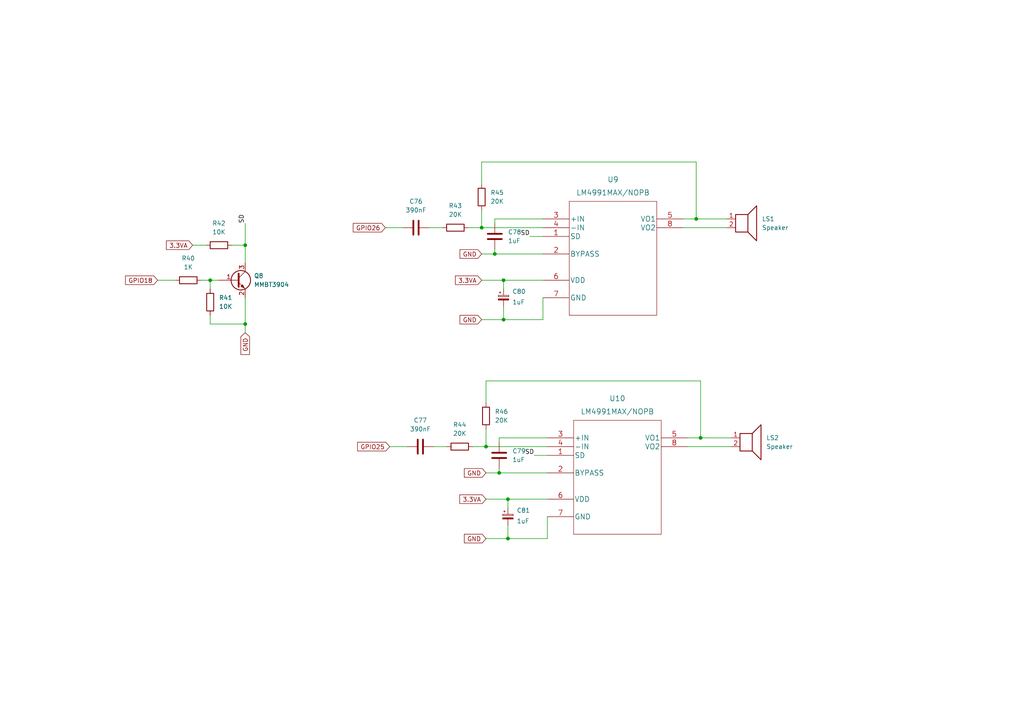
<source format=kicad_sch>
(kicad_sch (version 20211123) (generator eeschema)
  (paper "A4")
  (lib_symbols
    (symbol "Device:C" (pin_numbers hide) (pin_names (offset 0.254))
      (property "Reference" "C" (at 0.635 2.54 0))
      (property "Value" "C" (at 0.635 -2.54 0))
      (symbol "C_0_1"
        (polyline (pts (xy -2.032 -0.762) (xy 2.032 -0.762)) (stroke (width 0.508)))
        (polyline (pts (xy -2.032 0.762) (xy 2.032 0.762)) (stroke (width 0.508)))
      )
      (symbol "C_1_1"
        (pin passive line (at 0 3.81 270) (length 2.794) (name "~") (number "1"))
        (pin passive line (at 0 -3.81 90) (length 2.794) (name "~") (number "2"))
      )
    )
    (symbol "Device:C_Polarized_Small" (pin_numbers hide) (pin_names (offset 0.254) hide)
      (property "Reference" "C" (at 0.254 1.778 0))
      (property "Value" "C_Polarized_Small" (at 0.254 -2.032 0))
      (symbol "C_Polarized_Small_0_1"
        (rectangle (start -1.524 -0.3048) (end 1.524 -0.6858) (fill (type outline)))
        (rectangle (start -1.524 0.6858) (end 1.524 0.3048))
        (polyline (pts (xy -1.27 1.524) (xy -0.762 1.524)))
        (polyline (pts (xy -1.016 1.27) (xy -1.016 1.778)))
      )
      (symbol "C_Polarized_Small_1_1"
        (pin passive line (at 0 2.54 270) (length 1.8542) (name "~") (number "1"))
        (pin passive line (at 0 -2.54 90) (length 1.8542) (name "~") (number "2"))
      )
    )
    (symbol "Device:R" (pin_numbers hide) (pin_names (offset 0))
      (property "Reference" "R" (at 2.032 0 90))
      (property "Value" "R" (at 0 0 90))
      (symbol "R_0_1"
        (rectangle (start -1.016 -2.54) (end 1.016 2.54) (stroke (width 0.254)))
      )
      (symbol "R_1_1"
        (pin passive line (at 0 3.81 270) (length 1.27) (name "~") (number "1"))
        (pin passive line (at 0 -3.81 90) (length 1.27) (name "~") (number "2"))
      )
    )
    (symbol "Device:Speaker" (pin_names (offset 0) hide)
      (property "Reference" "LS" (at 1.27 5.715 0))
      (property "Value" "Speaker" (at 1.27 3.81 0))
      (symbol "Speaker_0_0"
        (rectangle (start -2.54 1.27) (end 1.016 -3.81) (stroke (width 0.254)))
        (polyline (pts (xy 1.016 1.27) (xy 3.556 3.81) (xy 3.556 -6.35) (xy 1.016 -3.81)) (stroke (width 0.254)))
      )
      (symbol "Speaker_1_1"
        (pin input line (at -5.08 0 0) (length 2.54) (name "1") (number "1"))
        (pin input line (at -5.08 -2.54 0) (length 2.54) (name "2") (number "2"))
      )
    )
    (symbol "LM4991MAXNOPB:LM4991MAX{slash}NOPB" (pin_names (offset 0.254))
      (property "Value" "LM4991MAX{slash}NOPB" (at 20.32 7.62 0))
      (symbol "LM4991MAX{slash}NOPB_1_1"
        (polyline (pts (xy 7.62 -27.94) (xy 33.02 -27.94)) (stroke (width 0.127)))
        (polyline (pts (xy 7.62 5.08) (xy 7.62 -27.94)) (stroke (width 0.127)))
        (polyline (pts (xy 33.02 -27.94) (xy 33.02 5.08)) (stroke (width 0.127)))
        (polyline (pts (xy 33.02 5.08) (xy 7.62 5.08)) (stroke (width 0.127)))
        (pin input line (at 0 -5.08 0) (length 7.62) (name "SD") (number "1"))
        (pin passive line (at 0 -10.16 0) (length 7.62) (name "BYPASS") (number "2"))
        (pin input line (at 0 0 0) (length 7.62) (name "+IN") (number "3"))
        (pin input line (at 0 -2.54 0) (length 7.62) (name "-IN") (number "4"))
        (pin output line (at 40.64 0 180) (length 7.62) (name "VO1") (number "5"))
        (pin power_in line (at 0 -17.78 0) (length 7.62) (name "VDD") (number "6"))
        (pin power_in line (at 0 -22.86 0) (length 7.62) (name "GND") (number "7"))
        (pin output line (at 40.64 -2.54 180) (length 7.62) (name "VO2") (number "8"))
      )
    )
    (symbol "Transistor_BJT:MMBT3904" (pin_names (offset 0) hide)
      (property "Reference" "Q" (at 5.08 1.905 0))
      (property "Value" "MMBT3904" (at 5.08 0 0))
      (symbol "MMBT3904_0_1"
        (polyline (pts (xy 0.635 0.635) (xy 2.54 2.54)))
        (polyline (pts (xy 0.635 -0.635) (xy 2.54 -2.54) (xy 2.54 -2.54)))
        (polyline (pts (xy 0.635 1.905) (xy 0.635 -1.905) (xy 0.635 -1.905)) (stroke (width 0.508)))
        (polyline (pts (xy 1.27 -1.778) (xy 1.778 -1.27) (xy 2.286 -2.286) (xy 1.27 -1.778) (xy 1.27 -1.778)) (fill (type outline)))
        (circle (center 1.27 0) (radius 2.8194) (stroke (width 0.254)))
      )
      (symbol "MMBT3904_1_1"
        (pin input line (at -5.08 0 0) (length 5.715) (name "B") (number "1"))
        (pin passive line (at 2.54 -5.08 90) (length 2.54) (name "E") (number "2"))
        (pin passive line (at 2.54 5.08 270) (length 2.54) (name "C") (number "3"))
      )
    )
  )
  (junction (at 60.96 81.28))
  (junction (at 71.12 93.98))
  (junction (at 146.05 81.28))
  (junction (at 146.05 92.71))
  (junction (at 144.78 137.16))
  (junction (at 71.12 71.12))
  (junction (at 203.2 127))
  (junction (at 140.97 129.54))
  (junction (at 147.32 156.21))
  (junction (at 139.7 66.04))
  (junction (at 147.32 144.78))
  (junction (at 143.51 73.66))
  (junction (at 201.93 63.5))
  (wire (pts (xy 60.96 91.44) (xy 60.96 93.98)))
  (wire (pts (xy 198.12 63.5) (xy 201.93 63.5)))
  (wire (pts (xy 55.88 71.12) (xy 59.69 71.12)))
  (wire (pts (xy 140.97 144.78) (xy 147.32 144.78)))
  (wire (pts (xy 144.78 135.89) (xy 144.78 137.16)))
  (wire (pts (xy 58.42 81.28) (xy 60.96 81.28)))
  (wire (pts (xy 146.05 92.71) (xy 157.48 92.71)))
  (wire (pts (xy 140.97 156.21) (xy 147.32 156.21)))
  (wire (pts (xy 199.39 127) (xy 203.2 127)))
  (wire (pts (xy 113.03 129.54) (xy 118.11 129.54)))
  (wire (pts (xy 198.12 66.04) (xy 210.82 66.04)))
  (wire (pts (xy 144.78 127) (xy 144.78 128.27)))
  (wire (pts (xy 158.75 127) (xy 144.78 127)))
  (wire (pts (xy 139.7 60.96) (xy 139.7 66.04)))
  (wire (pts (xy 45.72 81.28) (xy 50.8 81.28)))
  (wire (pts (xy 158.75 149.86) (xy 158.75 156.21)))
  (wire (pts (xy 199.39 129.54) (xy 212.09 129.54)))
  (wire (pts (xy 201.93 46.99) (xy 201.93 63.5)))
  (wire (pts (xy 143.51 63.5) (xy 143.51 64.77)))
  (wire (pts (xy 137.16 129.54) (xy 140.97 129.54)))
  (wire (pts (xy 111.76 66.04) (xy 116.84 66.04)))
  (wire (pts (xy 139.7 92.71) (xy 146.05 92.71)))
  (wire (pts (xy 60.96 93.98) (xy 71.12 93.98)))
  (wire (pts (xy 144.78 137.16) (xy 158.75 137.16)))
  (wire (pts (xy 203.2 127) (xy 212.09 127)))
  (wire (pts (xy 125.73 129.54) (xy 129.54 129.54)))
  (wire (pts (xy 140.97 116.84) (xy 140.97 110.49)))
  (wire (pts (xy 147.32 147.32) (xy 147.32 144.78)))
  (wire (pts (xy 157.48 86.36) (xy 157.48 92.71)))
  (wire (pts (xy 157.48 63.5) (xy 143.51 63.5)))
  (wire (pts (xy 71.12 64.77) (xy 71.12 71.12)))
  (wire (pts (xy 201.93 63.5) (xy 210.82 63.5)))
  (wire (pts (xy 140.97 129.54) (xy 158.75 129.54)))
  (wire (pts (xy 143.51 72.39) (xy 143.51 73.66)))
  (wire (pts (xy 60.96 81.28) (xy 63.5 81.28)))
  (wire (pts (xy 147.32 156.21) (xy 158.75 156.21)))
  (wire (pts (xy 67.31 71.12) (xy 71.12 71.12)))
  (wire (pts (xy 139.7 46.99) (xy 201.93 46.99)))
  (wire (pts (xy 71.12 86.36) (xy 71.12 93.98)))
  (wire (pts (xy 139.7 73.66) (xy 143.51 73.66)))
  (wire (pts (xy 154.94 132.08) (xy 158.75 132.08)))
  (wire (pts (xy 203.2 110.49) (xy 203.2 127)))
  (wire (pts (xy 140.97 124.46) (xy 140.97 129.54)))
  (wire (pts (xy 139.7 66.04) (xy 157.48 66.04)))
  (wire (pts (xy 147.32 152.4) (xy 147.32 156.21)))
  (wire (pts (xy 143.51 73.66) (xy 157.48 73.66)))
  (wire (pts (xy 124.46 66.04) (xy 128.27 66.04)))
  (wire (pts (xy 146.05 88.9) (xy 146.05 92.71)))
  (wire (pts (xy 153.67 68.58) (xy 157.48 68.58)))
  (wire (pts (xy 139.7 53.34) (xy 139.7 46.99)))
  (wire (pts (xy 135.89 66.04) (xy 139.7 66.04)))
  (wire (pts (xy 147.32 144.78) (xy 158.75 144.78)))
  (wire (pts (xy 71.12 71.12) (xy 71.12 76.2)))
  (wire (pts (xy 140.97 137.16) (xy 144.78 137.16)))
  (wire (pts (xy 146.05 83.82) (xy 146.05 81.28)))
  (wire (pts (xy 60.96 81.28) (xy 60.96 83.82)))
  (wire (pts (xy 71.12 93.98) (xy 71.12 96.52)))
  (wire (pts (xy 146.05 81.28) (xy 157.48 81.28)))
  (wire (pts (xy 139.7 81.28) (xy 146.05 81.28)))
  (wire (pts (xy 140.97 110.49) (xy 203.2 110.49)))
  (label "SD" (at 71.12 64.77 90))
  (label "SD" (at 154.94 132.08 180))
  (label "SD" (at 153.67 68.58 180))
  (global_label "GND" (shape input) (at 140.97 156.21 180) (property "Intersheet References" "${INTERSHEET_REFS}" (effects hide)))
  (global_label "GND" (shape input) (at 71.12 96.52 270) (property "Intersheet References" "${INTERSHEET_REFS}" (effects hide)))
  (global_label "GND" (shape input) (at 140.97 137.16 180) (property "Intersheet References" "${INTERSHEET_REFS}" (effects hide)))
  (global_label "GND" (shape input) (at 139.7 92.71 180) (property "Intersheet References" "${INTERSHEET_REFS}" (effects hide)))
  (global_label "GND" (shape input) (at 139.7 73.66 180) (property "Intersheet References" "${INTERSHEET_REFS}" (effects hide)))
  (global_label "3.3VA" (shape input) (at 139.7 81.28 180) (property "Intersheet References" "${INTERSHEET_REFS}" (effects hide)))
  (global_label "GPIO25" (shape input) (at 113.03 129.54 180) (property "Intersheet References" "${INTERSHEET_REFS}" (effects hide)))
  (global_label "3.3VA" (shape input) (at 140.97 144.78 180) (property "Intersheet References" "${INTERSHEET_REFS}" (effects hide)))
  (global_label "3.3VA" (shape input) (at 55.88 71.12 180) (property "Intersheet References" "${INTERSHEET_REFS}" (effects hide)))
  (global_label "GPIO26" (shape input) (at 111.76 66.04 180) (property "Intersheet References" "${INTERSHEET_REFS}" (effects hide)))
  (global_label "GPIO18" (shape input) (at 45.72 81.28 180) (property "Intersheet References" "${INTERSHEET_REFS}" (effects hide)))
  (symbol (lib_id "Device:R") (at 54.61 81.28 90) (unit 1)
    (property "Reference" "R40" (at 54.61 74.93 90))
    (property "Value" "1K" (at 54.61 77.47 90))
  )
  (symbol (lib_id "Device:Speaker") (at 215.9 63.5 0) (unit 1)
    (property "Reference" "LS1" (at 220.98 63.4999 0) (effects (justify left)))
    (property "Value" "Speaker" (at 220.98 66.0399 0) (effects (justify left)))
  )
  (symbol (lib_id "Device:R") (at 133.35 129.54 90) (unit 1)
    (property "Reference" "R44" (at 133.35 123.19 90))
    (property "Value" "20K" (at 133.35 125.73 90))
  )
  (symbol (lib_id "Device:C") (at 144.78 132.08 180) (unit 1)
    (property "Reference" "C79" (at 148.59 130.8099 0) (effects (justify right)))
    (property "Value" "1uF" (at 148.59 133.3499 0) (effects (justify right)))
  )
  (symbol (lib_id "Transistor_BJT:MMBT3904") (at 68.58 81.28 0) (unit 1)
    (property "Reference" "Q8" (at 73.66 80.0099 0) (effects (justify left)))
    (property "Value" "MMBT3904" (at 73.66 82.5499 0) (effects (justify left)))
    (property "Footprint" "Package_TO_SOT_SMD:SOT-23" (effects hide))
    (property "Datasheet" "https://www.onsemi.com/pub/Collateral/2N3903-D.PDF" (effects hide))
  )
  (symbol (lib_id "Device:C_Polarized_Small") (at 146.05 86.36 0) (unit 1)
    (property "Reference" "C80" (at 148.59 84.5438 0) (effects (justify left)))
    (property "Value" "1uF" (at 148.59 87.63 0) (effects (justify left)))
  )
  (symbol (lib_id "Device:R") (at 60.96 87.63 180) (unit 1)
    (property "Reference" "R41" (at 63.5 86.3599 0) (effects (justify right)))
    (property "Value" "10K" (at 63.5 88.8999 0) (effects (justify right)))
  )
  (symbol (lib_id "Device:C") (at 143.51 68.58 180) (unit 1)
    (property "Reference" "C78" (at 147.32 67.3099 0) (effects (justify right)))
    (property "Value" "1uF" (at 147.32 69.8499 0) (effects (justify right)))
  )
  (symbol (lib_id "Device:C_Polarized_Small") (at 147.32 149.86 0) (unit 1)
    (property "Reference" "C81" (at 149.86 148.0438 0) (effects (justify left)))
    (property "Value" "1uF" (at 149.86 151.13 0) (effects (justify left)))
  )
  (symbol (lib_id "Device:R") (at 132.08 66.04 90) (unit 1)
    (property "Reference" "R43" (at 132.08 59.69 90))
    (property "Value" "20K" (at 132.08 62.23 90))
  )
  (symbol (lib_id "LM4991MAXNOPB:LM4991MAX{slash}NOPB") (at 158.75 127 0) (unit 1)
    (property "Reference" "U10" (at 179.07 115.57 0) (effects (font (size 1.524 1.524))))
    (property "Value" "LM4991MAX/NOPB" (at 179.07 119.38 0) (effects (font (size 1.524 1.524))))
  )
  (symbol (lib_id "Device:C") (at 120.65 66.04 90) (unit 1)
    (property "Reference" "C76" (at 120.65 58.42 90))
    (property "Value" "390nF" (at 120.65 60.96 90))
  )
  (symbol (lib_id "Device:C") (at 121.92 129.54 90) (unit 1)
    (property "Reference" "C77" (at 121.92 121.92 90))
    (property "Value" "390nF" (at 121.92 124.46 90))
  )
  (symbol (lib_id "Device:R") (at 139.7 57.15 0) (unit 1)
    (property "Reference" "R45" (at 142.24 55.8799 0) (effects (justify left)))
    (property "Value" "20K" (at 142.24 58.4199 0) (effects (justify left)))
  )
  (symbol (lib_id "LM4991MAXNOPB:LM4991MAX{slash}NOPB") (at 157.48 63.5 0) (unit 1)
    (property "Reference" "U9" (at 177.8 52.07 0) (effects (font (size 1.524 1.524))))
    (property "Value" "LM4991MAX/NOPB" (at 177.8 55.88 0) (effects (font (size 1.524 1.524))))
  )
  (symbol (lib_id "Device:R") (at 140.97 120.65 0) (unit 1)
    (property "Reference" "R46" (at 143.51 119.3799 0) (effects (justify left)))
    (property "Value" "20K" (at 143.51 121.9199 0) (effects (justify left)))
  )
  (symbol (lib_id "Device:R") (at 63.5 71.12 90) (unit 1)
    (property "Reference" "R42" (at 63.5 64.77 90))
    (property "Value" "10K" (at 63.5 67.31 90))
  )
  (symbol (lib_id "Device:Speaker") (at 217.17 127 0) (unit 1)
    (property "Reference" "LS2" (at 222.25 126.9999 0) (effects (justify left)))
    (property "Value" "Speaker" (at 222.25 129.5399 0) (effects (justify left)))
  )
)
</source>
